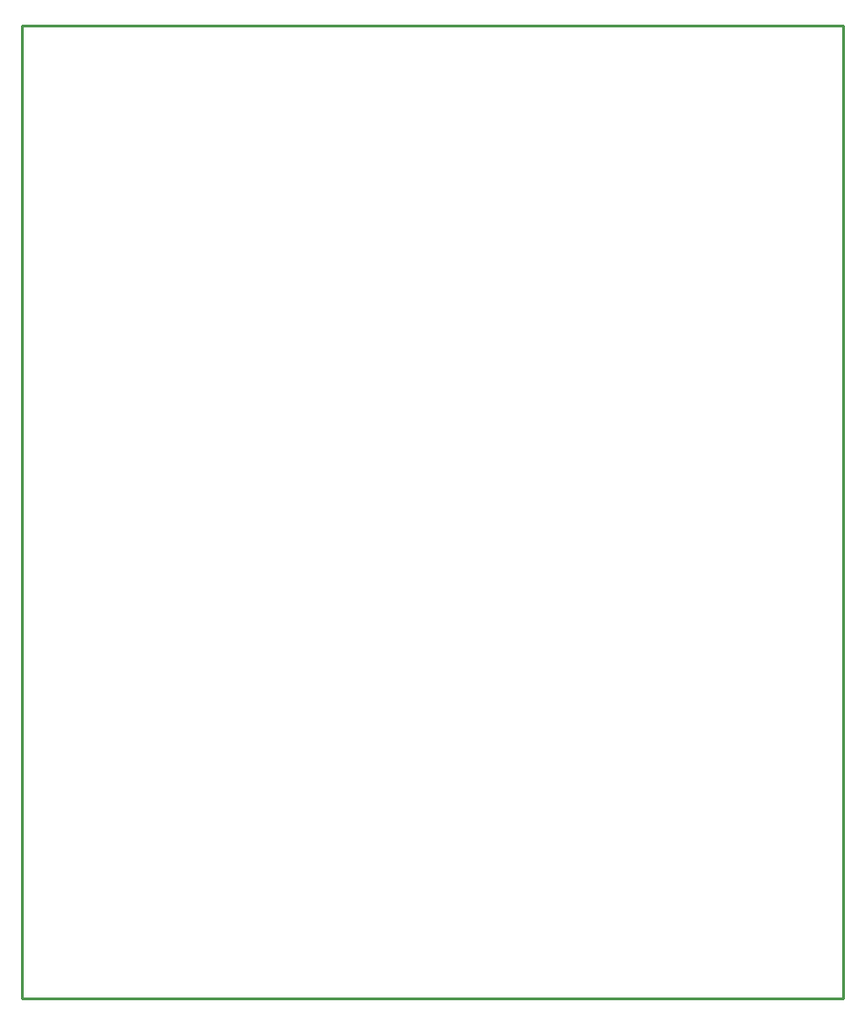
<source format=gm1>
G04*
G04 #@! TF.GenerationSoftware,Altium Limited,Altium Designer,21.9.2 (33)*
G04*
G04 Layer_Color=16711935*
%FSLAX25Y25*%
%MOIN*%
G70*
G04*
G04 #@! TF.SameCoordinates,2E303187-FE1F-4BD8-B44E-E95B7E70DBC6*
G04*
G04*
G04 #@! TF.FilePolarity,Positive*
G04*
G01*
G75*
%ADD15C,0.01000*%
D15*
X285705Y-14358D02*
Y340642D01*
X-14295Y-14358D02*
X285705D01*
X-14295D02*
Y340642D01*
X285705D01*
M02*

</source>
